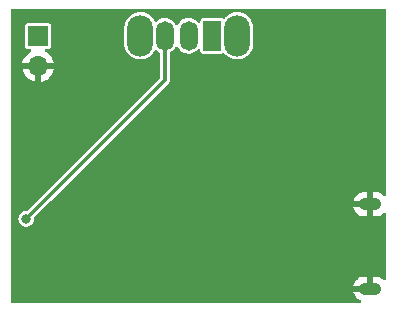
<source format=gbr>
%TF.GenerationSoftware,KiCad,Pcbnew,(6.0.10)*%
%TF.CreationDate,2023-02-04T18:20:05-05:00*%
%TF.ProjectId,lipo_charger,6c69706f-5f63-4686-9172-6765722e6b69,rev?*%
%TF.SameCoordinates,Original*%
%TF.FileFunction,Copper,L2,Bot*%
%TF.FilePolarity,Positive*%
%FSLAX46Y46*%
G04 Gerber Fmt 4.6, Leading zero omitted, Abs format (unit mm)*
G04 Created by KiCad (PCBNEW (6.0.10)) date 2023-02-04 18:20:05*
%MOMM*%
%LPD*%
G01*
G04 APERTURE LIST*
%TA.AperFunction,ComponentPad*%
%ADD10R,1.700000X1.700000*%
%TD*%
%TA.AperFunction,ComponentPad*%
%ADD11O,1.700000X1.700000*%
%TD*%
%TA.AperFunction,ComponentPad*%
%ADD12O,2.200000X3.500000*%
%TD*%
%TA.AperFunction,ComponentPad*%
%ADD13R,1.500000X2.500000*%
%TD*%
%TA.AperFunction,ComponentPad*%
%ADD14O,1.500000X2.500000*%
%TD*%
%TA.AperFunction,ComponentPad*%
%ADD15O,1.900000X1.050000*%
%TD*%
%TA.AperFunction,ViaPad*%
%ADD16C,0.800000*%
%TD*%
%TA.AperFunction,Conductor*%
%ADD17C,0.300000*%
%TD*%
G04 APERTURE END LIST*
D10*
%TO.P,J2,1*%
%TO.N,+5V*%
X135382000Y-104140000D03*
D11*
%TO.P,J2,2*%
%TO.N,GND*%
X135382000Y-106680000D03*
%TD*%
D12*
%TO.P,SW1,*%
%TO.N,*%
X144014000Y-104140000D03*
X152214000Y-104140000D03*
D13*
%TO.P,SW1,1,A*%
%TO.N,unconnected-(SW1-Pad1)*%
X150114000Y-104140000D03*
D14*
%TO.P,SW1,2,B*%
%TO.N,+BATT*%
X148114000Y-104140000D03*
%TO.P,SW1,3,C*%
%TO.N,Net-(SW1-Pad3)*%
X146114000Y-104140000D03*
%TD*%
D15*
%TO.P,J1,6,Shield*%
%TO.N,GND*%
X163480000Y-118405000D03*
X163480000Y-125555000D03*
%TD*%
D16*
%TO.N,Net-(SW1-Pad3)*%
X134366000Y-119634000D03*
%TO.N,GND*%
X145796000Y-119380000D03*
X134366000Y-116078000D03*
X134620000Y-123444000D03*
X139700000Y-124714000D03*
X159258000Y-116840000D03*
%TD*%
D17*
%TO.N,Net-(SW1-Pad3)*%
X146114000Y-107886000D02*
X134366000Y-119634000D01*
X146114000Y-104140000D02*
X146114000Y-107886000D01*
%TD*%
%TA.AperFunction,Conductor*%
%TO.N,GND*%
G36*
X164787621Y-101874502D02*
G01*
X164834114Y-101928158D01*
X164845500Y-101980500D01*
X164845500Y-117575423D01*
X164825498Y-117643544D01*
X164771842Y-117690037D01*
X164701568Y-117700141D01*
X164638509Y-117671945D01*
X164496156Y-117552496D01*
X164486031Y-117545563D01*
X164319308Y-117453906D01*
X164308038Y-117449076D01*
X164126685Y-117391548D01*
X164114691Y-117388998D01*
X163966650Y-117372393D01*
X163959626Y-117372000D01*
X163752115Y-117372000D01*
X163736876Y-117376475D01*
X163735671Y-117377865D01*
X163734000Y-117385548D01*
X163734000Y-119419885D01*
X163738475Y-119435124D01*
X163739865Y-119436329D01*
X163747548Y-119438000D01*
X163952890Y-119438000D01*
X163959035Y-119437700D01*
X164100481Y-119423830D01*
X164112519Y-119421447D01*
X164294651Y-119366458D01*
X164305993Y-119361783D01*
X164473977Y-119272465D01*
X164484193Y-119265678D01*
X164636409Y-119141533D01*
X164637384Y-119142729D01*
X164693146Y-119112532D01*
X164763944Y-119117844D01*
X164820631Y-119160588D01*
X164845210Y-119227194D01*
X164845500Y-119235745D01*
X164845500Y-124725423D01*
X164825498Y-124793544D01*
X164771842Y-124840037D01*
X164701568Y-124850141D01*
X164638509Y-124821945D01*
X164496156Y-124702496D01*
X164486031Y-124695563D01*
X164319308Y-124603906D01*
X164308038Y-124599076D01*
X164126685Y-124541548D01*
X164114691Y-124538998D01*
X163966650Y-124522393D01*
X163959626Y-124522000D01*
X163752115Y-124522000D01*
X163736876Y-124526475D01*
X163735671Y-124527865D01*
X163734000Y-124535548D01*
X163734000Y-125683000D01*
X163713998Y-125751121D01*
X163660342Y-125797614D01*
X163608000Y-125809000D01*
X162071014Y-125809000D01*
X162057483Y-125812973D01*
X162056363Y-125820768D01*
X162090846Y-125937932D01*
X162095439Y-125949300D01*
X162183586Y-126117911D01*
X162190302Y-126128173D01*
X162309515Y-126276443D01*
X162318103Y-126285213D01*
X162463838Y-126407499D01*
X162473969Y-126414437D01*
X162646089Y-126509061D01*
X162644681Y-126511622D01*
X162689811Y-126548907D01*
X162711409Y-126616538D01*
X162693014Y-126685110D01*
X162640466Y-126732852D01*
X162585444Y-126745500D01*
X133222500Y-126745500D01*
X133154379Y-126725498D01*
X133107886Y-126671842D01*
X133096500Y-126619500D01*
X133096500Y-125297795D01*
X162057372Y-125297795D01*
X162064127Y-125301000D01*
X163207885Y-125301000D01*
X163223124Y-125296525D01*
X163224329Y-125295135D01*
X163226000Y-125287452D01*
X163226000Y-124540115D01*
X163221525Y-124524876D01*
X163220135Y-124523671D01*
X163212452Y-124522000D01*
X163007110Y-124522000D01*
X163000965Y-124522300D01*
X162859519Y-124536170D01*
X162847481Y-124538553D01*
X162665349Y-124593542D01*
X162654007Y-124598217D01*
X162486023Y-124687535D01*
X162475807Y-124694322D01*
X162328366Y-124814572D01*
X162319662Y-124823216D01*
X162198390Y-124969809D01*
X162191530Y-124979980D01*
X162101038Y-125147342D01*
X162096286Y-125158647D01*
X162057578Y-125283692D01*
X162057372Y-125297795D01*
X133096500Y-125297795D01*
X133096500Y-119627096D01*
X133706729Y-119627096D01*
X133724113Y-119784553D01*
X133778553Y-119933319D01*
X133866908Y-120064805D01*
X133872527Y-120069918D01*
X133872528Y-120069919D01*
X133883903Y-120080269D01*
X133984076Y-120171419D01*
X134123293Y-120247008D01*
X134276522Y-120287207D01*
X134360477Y-120288526D01*
X134427319Y-120289576D01*
X134427322Y-120289576D01*
X134434916Y-120289695D01*
X134589332Y-120254329D01*
X134659742Y-120218917D01*
X134724072Y-120186563D01*
X134724075Y-120186561D01*
X134730855Y-120183151D01*
X134736626Y-120178222D01*
X134736629Y-120178220D01*
X134845536Y-120085204D01*
X134845536Y-120085203D01*
X134851314Y-120080269D01*
X134943755Y-119951624D01*
X135002842Y-119804641D01*
X135025162Y-119647807D01*
X135025307Y-119634000D01*
X135024812Y-119629906D01*
X135024811Y-119629895D01*
X135023255Y-119617035D01*
X135034928Y-119547005D01*
X135059247Y-119512803D01*
X135901282Y-118670768D01*
X162056363Y-118670768D01*
X162090846Y-118787932D01*
X162095439Y-118799300D01*
X162183586Y-118967911D01*
X162190302Y-118978173D01*
X162309515Y-119126443D01*
X162318103Y-119135213D01*
X162463838Y-119257499D01*
X162473969Y-119264437D01*
X162640692Y-119356094D01*
X162651962Y-119360924D01*
X162833315Y-119418452D01*
X162845309Y-119421002D01*
X162993350Y-119437607D01*
X163000374Y-119438000D01*
X163207885Y-119438000D01*
X163223124Y-119433525D01*
X163224329Y-119432135D01*
X163226000Y-119424452D01*
X163226000Y-118677115D01*
X163221525Y-118661876D01*
X163220135Y-118660671D01*
X163212452Y-118659000D01*
X162071014Y-118659000D01*
X162057483Y-118662973D01*
X162056363Y-118670768D01*
X135901282Y-118670768D01*
X136424255Y-118147795D01*
X162057372Y-118147795D01*
X162064127Y-118151000D01*
X163207885Y-118151000D01*
X163223124Y-118146525D01*
X163224329Y-118145135D01*
X163226000Y-118137452D01*
X163226000Y-117390115D01*
X163221525Y-117374876D01*
X163220135Y-117373671D01*
X163212452Y-117372000D01*
X163007110Y-117372000D01*
X163000965Y-117372300D01*
X162859519Y-117386170D01*
X162847481Y-117388553D01*
X162665349Y-117443542D01*
X162654007Y-117448217D01*
X162486023Y-117537535D01*
X162475807Y-117544322D01*
X162328366Y-117664572D01*
X162319662Y-117673216D01*
X162198390Y-117819809D01*
X162191530Y-117829980D01*
X162101038Y-117997342D01*
X162096286Y-118008647D01*
X162057578Y-118133692D01*
X162057372Y-118147795D01*
X136424255Y-118147795D01*
X146422535Y-108149515D01*
X146422538Y-108149511D01*
X146445326Y-108126723D01*
X146455455Y-108106844D01*
X146465784Y-108089989D01*
X146473075Y-108079953D01*
X146478905Y-108071929D01*
X146485801Y-108050704D01*
X146493367Y-108032438D01*
X146498997Y-108021388D01*
X146503498Y-108012555D01*
X146506989Y-107990513D01*
X146511605Y-107971287D01*
X146515435Y-107959500D01*
X146515435Y-107959498D01*
X146518500Y-107950066D01*
X146518500Y-105641256D01*
X146538502Y-105573135D01*
X146578101Y-105534172D01*
X146730051Y-105439959D01*
X146878323Y-105299746D01*
X146884435Y-105291018D01*
X146991708Y-105137815D01*
X146991709Y-105137814D01*
X146995372Y-105132582D01*
X147000281Y-105121238D01*
X147045692Y-105066664D01*
X147113399Y-105045304D01*
X147181906Y-105063941D01*
X147226120Y-105110193D01*
X147235282Y-105126721D01*
X147284902Y-105216238D01*
X147417705Y-105371182D01*
X147578951Y-105496257D01*
X147584673Y-105499072D01*
X147584672Y-105499072D01*
X147756332Y-105583540D01*
X147756337Y-105583542D01*
X147762054Y-105586355D01*
X147768227Y-105587963D01*
X147768230Y-105587964D01*
X147861348Y-105612219D01*
X147959533Y-105637794D01*
X148061428Y-105643134D01*
X148156942Y-105648141D01*
X148156946Y-105648141D01*
X148163323Y-105648475D01*
X148365097Y-105617959D01*
X148556615Y-105547494D01*
X148730051Y-105439959D01*
X148878323Y-105299746D01*
X148881986Y-105294515D01*
X148886152Y-105289688D01*
X148887693Y-105291018D01*
X148935751Y-105252608D01*
X149006371Y-105245303D01*
X149069730Y-105277337D01*
X149105711Y-105338540D01*
X149109501Y-105369210D01*
X149109501Y-105415066D01*
X149124266Y-105489301D01*
X149131161Y-105499621D01*
X149131162Y-105499622D01*
X149154246Y-105534169D01*
X149180516Y-105573484D01*
X149264699Y-105629734D01*
X149338933Y-105644500D01*
X150113874Y-105644500D01*
X150889066Y-105644499D01*
X150930877Y-105636183D01*
X150951126Y-105632156D01*
X150951128Y-105632155D01*
X150963301Y-105629734D01*
X150985875Y-105614650D01*
X151053626Y-105593436D01*
X151122093Y-105612219D01*
X151153078Y-105639586D01*
X151154570Y-105641803D01*
X151313236Y-105808128D01*
X151497658Y-105945342D01*
X151502409Y-105947758D01*
X151502413Y-105947760D01*
X151667589Y-106031739D01*
X151702562Y-106049520D01*
X151922089Y-106117685D01*
X151927378Y-106118386D01*
X152144681Y-106147188D01*
X152144684Y-106147188D01*
X152149964Y-106147888D01*
X152155293Y-106147688D01*
X152155294Y-106147688D01*
X152248660Y-106144183D01*
X152379669Y-106139264D01*
X152490054Y-106116103D01*
X152599410Y-106093158D01*
X152599413Y-106093157D01*
X152604637Y-106092061D01*
X152757383Y-106031739D01*
X152813466Y-106009591D01*
X152813469Y-106009590D01*
X152818436Y-106007628D01*
X152926330Y-105942156D01*
X153010391Y-105891147D01*
X153010394Y-105891145D01*
X153014952Y-105888379D01*
X153065222Y-105844757D01*
X153184533Y-105741224D01*
X153184535Y-105741222D01*
X153188566Y-105737724D01*
X153223411Y-105695228D01*
X153330931Y-105564099D01*
X153330935Y-105564093D01*
X153334315Y-105559971D01*
X153341418Y-105547494D01*
X153445387Y-105364845D01*
X153448030Y-105360202D01*
X153526461Y-105144129D01*
X153530601Y-105121238D01*
X153566625Y-104922015D01*
X153567364Y-104917931D01*
X153568500Y-104893842D01*
X153568500Y-103432288D01*
X153554825Y-103271123D01*
X153554413Y-103266267D01*
X153554412Y-103266263D01*
X153553962Y-103260956D01*
X153552624Y-103255801D01*
X153552623Y-103255795D01*
X153501068Y-103057162D01*
X153496214Y-103038461D01*
X153401803Y-102828877D01*
X153273430Y-102638197D01*
X153267978Y-102632481D01*
X153118443Y-102475729D01*
X153114764Y-102471872D01*
X152930342Y-102334658D01*
X152925591Y-102332242D01*
X152925587Y-102332240D01*
X152730194Y-102232898D01*
X152730193Y-102232898D01*
X152725438Y-102230480D01*
X152505911Y-102162315D01*
X152487186Y-102159833D01*
X152283319Y-102132812D01*
X152283316Y-102132812D01*
X152278036Y-102132112D01*
X152272707Y-102132312D01*
X152272706Y-102132312D01*
X152179340Y-102135817D01*
X152048331Y-102140736D01*
X151964345Y-102158358D01*
X151828590Y-102186842D01*
X151828587Y-102186843D01*
X151823363Y-102187939D01*
X151719648Y-102228898D01*
X151614534Y-102270409D01*
X151614531Y-102270410D01*
X151609564Y-102272372D01*
X151604998Y-102275143D01*
X151417609Y-102388853D01*
X151417606Y-102388855D01*
X151413048Y-102391621D01*
X151239434Y-102542276D01*
X151236047Y-102546407D01*
X151156931Y-102642895D01*
X151098271Y-102682890D01*
X151027301Y-102684821D01*
X150989497Y-102667770D01*
X150963301Y-102650266D01*
X150889067Y-102635500D01*
X150114126Y-102635500D01*
X149338934Y-102635501D01*
X149306902Y-102641872D01*
X149276874Y-102647844D01*
X149276872Y-102647845D01*
X149264699Y-102650266D01*
X149254379Y-102657161D01*
X149254378Y-102657162D01*
X149215874Y-102682890D01*
X149180516Y-102706516D01*
X149124266Y-102790699D01*
X149109500Y-102864933D01*
X149109500Y-102917284D01*
X149089498Y-102985405D01*
X149035842Y-103031898D01*
X148965568Y-103042002D01*
X148900988Y-103012508D01*
X148887832Y-102999282D01*
X148885026Y-102996009D01*
X148810295Y-102908818D01*
X148649049Y-102783743D01*
X148540439Y-102730300D01*
X148471668Y-102696460D01*
X148471663Y-102696458D01*
X148465946Y-102693645D01*
X148459773Y-102692037D01*
X148459770Y-102692036D01*
X148299410Y-102650266D01*
X148268467Y-102642206D01*
X148163548Y-102636707D01*
X148071058Y-102631859D01*
X148071054Y-102631859D01*
X148064677Y-102631525D01*
X147862903Y-102662041D01*
X147671385Y-102732506D01*
X147497949Y-102840041D01*
X147349677Y-102980254D01*
X147346015Y-102985484D01*
X147346014Y-102985485D01*
X147294595Y-103058919D01*
X147232628Y-103147418D01*
X147230092Y-103153279D01*
X147227719Y-103158762D01*
X147182308Y-103213336D01*
X147114601Y-103234696D01*
X147046094Y-103216059D01*
X147001880Y-103169807D01*
X146946191Y-103069342D01*
X146943098Y-103063762D01*
X146810295Y-102908818D01*
X146649049Y-102783743D01*
X146540439Y-102730300D01*
X146471668Y-102696460D01*
X146471663Y-102696458D01*
X146465946Y-102693645D01*
X146459773Y-102692037D01*
X146459770Y-102692036D01*
X146299410Y-102650266D01*
X146268467Y-102642206D01*
X146163548Y-102636707D01*
X146071058Y-102631859D01*
X146071054Y-102631859D01*
X146064677Y-102631525D01*
X145862903Y-102662041D01*
X145671385Y-102732506D01*
X145497949Y-102840041D01*
X145493311Y-102844427D01*
X145493306Y-102844431D01*
X145422500Y-102911389D01*
X145359262Y-102943661D01*
X145288616Y-102936621D01*
X145232990Y-102892504D01*
X145221045Y-102871592D01*
X145203993Y-102833738D01*
X145203992Y-102833735D01*
X145201803Y-102828877D01*
X145073430Y-102638197D01*
X145067978Y-102632481D01*
X144918443Y-102475729D01*
X144914764Y-102471872D01*
X144730342Y-102334658D01*
X144725591Y-102332242D01*
X144725587Y-102332240D01*
X144530194Y-102232898D01*
X144530193Y-102232898D01*
X144525438Y-102230480D01*
X144305911Y-102162315D01*
X144287186Y-102159833D01*
X144083319Y-102132812D01*
X144083316Y-102132812D01*
X144078036Y-102132112D01*
X144072707Y-102132312D01*
X144072706Y-102132312D01*
X143979340Y-102135817D01*
X143848331Y-102140736D01*
X143764345Y-102158358D01*
X143628590Y-102186842D01*
X143628587Y-102186843D01*
X143623363Y-102187939D01*
X143519648Y-102228898D01*
X143414534Y-102270409D01*
X143414531Y-102270410D01*
X143409564Y-102272372D01*
X143404998Y-102275143D01*
X143217609Y-102388853D01*
X143217606Y-102388855D01*
X143213048Y-102391621D01*
X143039434Y-102542276D01*
X143036047Y-102546407D01*
X142897069Y-102715901D01*
X142897065Y-102715907D01*
X142893685Y-102720029D01*
X142891046Y-102724665D01*
X142891044Y-102724668D01*
X142876585Y-102750069D01*
X142779970Y-102919798D01*
X142701539Y-103135871D01*
X142700590Y-103141120D01*
X142700589Y-103141123D01*
X142689423Y-103202872D01*
X142660636Y-103362069D01*
X142659500Y-103386158D01*
X142659500Y-104847712D01*
X142665458Y-104917931D01*
X142673176Y-105008880D01*
X142674038Y-105019044D01*
X142675376Y-105024199D01*
X142675377Y-105024205D01*
X142715912Y-105180377D01*
X142731786Y-105241539D01*
X142791948Y-105375094D01*
X142816851Y-105430375D01*
X142826197Y-105451123D01*
X142954570Y-105641803D01*
X142958249Y-105645660D01*
X142958251Y-105645662D01*
X142976458Y-105664748D01*
X143113236Y-105808128D01*
X143297658Y-105945342D01*
X143302409Y-105947758D01*
X143302413Y-105947760D01*
X143467589Y-106031739D01*
X143502562Y-106049520D01*
X143722089Y-106117685D01*
X143727378Y-106118386D01*
X143944681Y-106147188D01*
X143944684Y-106147188D01*
X143949964Y-106147888D01*
X143955293Y-106147688D01*
X143955294Y-106147688D01*
X144048660Y-106144183D01*
X144179669Y-106139264D01*
X144290054Y-106116103D01*
X144399410Y-106093158D01*
X144399413Y-106093157D01*
X144404637Y-106092061D01*
X144557383Y-106031739D01*
X144613466Y-106009591D01*
X144613469Y-106009590D01*
X144618436Y-106007628D01*
X144726330Y-105942156D01*
X144810391Y-105891147D01*
X144810394Y-105891145D01*
X144814952Y-105888379D01*
X144865222Y-105844757D01*
X144984533Y-105741224D01*
X144984535Y-105741222D01*
X144988566Y-105737724D01*
X145023411Y-105695228D01*
X145130931Y-105564099D01*
X145130935Y-105564093D01*
X145134315Y-105559971D01*
X145224241Y-105401993D01*
X145275322Y-105352688D01*
X145344952Y-105338826D01*
X145411023Y-105364809D01*
X145415672Y-105368810D01*
X145417705Y-105371182D01*
X145578951Y-105496257D01*
X145584668Y-105499070D01*
X145584679Y-105499077D01*
X145639130Y-105525870D01*
X145691421Y-105573893D01*
X145709500Y-105638924D01*
X145709500Y-107666260D01*
X145689498Y-107734381D01*
X145672595Y-107755355D01*
X134485239Y-118942711D01*
X134422927Y-118976737D01*
X134395487Y-118979614D01*
X134290221Y-118979062D01*
X134282841Y-118980834D01*
X134282839Y-118980834D01*
X134143563Y-119014271D01*
X134143560Y-119014272D01*
X134136184Y-119016043D01*
X133995414Y-119088700D01*
X133876039Y-119192838D01*
X133784950Y-119322444D01*
X133767790Y-119366458D01*
X133739897Y-119438000D01*
X133727406Y-119470037D01*
X133726414Y-119477570D01*
X133726414Y-119477571D01*
X133708054Y-119617035D01*
X133706729Y-119627096D01*
X133096500Y-119627096D01*
X133096500Y-106947966D01*
X134050257Y-106947966D01*
X134080565Y-107082446D01*
X134083645Y-107092275D01*
X134163770Y-107289603D01*
X134168413Y-107298794D01*
X134279694Y-107480388D01*
X134285777Y-107488699D01*
X134425213Y-107649667D01*
X134432580Y-107656883D01*
X134596434Y-107792916D01*
X134604881Y-107798831D01*
X134788756Y-107906279D01*
X134798042Y-107910729D01*
X134997001Y-107986703D01*
X135006899Y-107989579D01*
X135110250Y-108010606D01*
X135124299Y-108009410D01*
X135128000Y-107999065D01*
X135128000Y-107998517D01*
X135636000Y-107998517D01*
X135640064Y-108012359D01*
X135653478Y-108014393D01*
X135660184Y-108013534D01*
X135670262Y-108011392D01*
X135874255Y-107950191D01*
X135883842Y-107946433D01*
X136075095Y-107852739D01*
X136083945Y-107847464D01*
X136257328Y-107723792D01*
X136265200Y-107717139D01*
X136416052Y-107566812D01*
X136422730Y-107558965D01*
X136547003Y-107386020D01*
X136552313Y-107377183D01*
X136646670Y-107186267D01*
X136650469Y-107176672D01*
X136712377Y-106972910D01*
X136714555Y-106962837D01*
X136715986Y-106951962D01*
X136713775Y-106937778D01*
X136700617Y-106934000D01*
X135654115Y-106934000D01*
X135638876Y-106938475D01*
X135637671Y-106939865D01*
X135636000Y-106947548D01*
X135636000Y-107998517D01*
X135128000Y-107998517D01*
X135128000Y-106952115D01*
X135123525Y-106936876D01*
X135122135Y-106935671D01*
X135114452Y-106934000D01*
X134065225Y-106934000D01*
X134051694Y-106937973D01*
X134050257Y-106947966D01*
X133096500Y-106947966D01*
X133096500Y-106414183D01*
X134046389Y-106414183D01*
X134047912Y-106422607D01*
X134060292Y-106426000D01*
X136700344Y-106426000D01*
X136713875Y-106422027D01*
X136715180Y-106412947D01*
X136673214Y-106245875D01*
X136669894Y-106236124D01*
X136584972Y-106040814D01*
X136580105Y-106031739D01*
X136464426Y-105852926D01*
X136458136Y-105844757D01*
X136314806Y-105687240D01*
X136307273Y-105680215D01*
X136140139Y-105548222D01*
X136131552Y-105542517D01*
X136019765Y-105480807D01*
X135969795Y-105430375D01*
X135955023Y-105360932D01*
X135980139Y-105294527D01*
X136037170Y-105252242D01*
X136080658Y-105244499D01*
X136257066Y-105244499D01*
X136297947Y-105236368D01*
X136319126Y-105232156D01*
X136319128Y-105232155D01*
X136331301Y-105229734D01*
X136341621Y-105222839D01*
X136341622Y-105222838D01*
X136405168Y-105180377D01*
X136415484Y-105173484D01*
X136471734Y-105089301D01*
X136486500Y-105015067D01*
X136486499Y-103264934D01*
X136476778Y-103216059D01*
X136474156Y-103202874D01*
X136474155Y-103202872D01*
X136471734Y-103190699D01*
X136457775Y-103169807D01*
X136422377Y-103116832D01*
X136415484Y-103106516D01*
X136331301Y-103050266D01*
X136257067Y-103035500D01*
X135382142Y-103035500D01*
X134506934Y-103035501D01*
X134471182Y-103042612D01*
X134444874Y-103047844D01*
X134444872Y-103047845D01*
X134432699Y-103050266D01*
X134422379Y-103057161D01*
X134422378Y-103057162D01*
X134419749Y-103058919D01*
X134348516Y-103106516D01*
X134292266Y-103190699D01*
X134277500Y-103264933D01*
X134277501Y-105015066D01*
X134279319Y-105024205D01*
X134287764Y-105066664D01*
X134292266Y-105089301D01*
X134299161Y-105099620D01*
X134299162Y-105099622D01*
X134321186Y-105132582D01*
X134348516Y-105173484D01*
X134432699Y-105229734D01*
X134506933Y-105244500D01*
X134683500Y-105244500D01*
X134751621Y-105264502D01*
X134798114Y-105318158D01*
X134808218Y-105388432D01*
X134778724Y-105453012D01*
X134741681Y-105482263D01*
X134660458Y-105524545D01*
X134651738Y-105530036D01*
X134481433Y-105657905D01*
X134473726Y-105664748D01*
X134326590Y-105818717D01*
X134320104Y-105826727D01*
X134200098Y-106002649D01*
X134195000Y-106011623D01*
X134105338Y-106204783D01*
X134101775Y-106214470D01*
X134046389Y-106414183D01*
X133096500Y-106414183D01*
X133096500Y-101980500D01*
X133116502Y-101912379D01*
X133170158Y-101865886D01*
X133222500Y-101854500D01*
X164719500Y-101854500D01*
X164787621Y-101874502D01*
G37*
%TD.AperFunction*%
%TD*%
M02*

</source>
